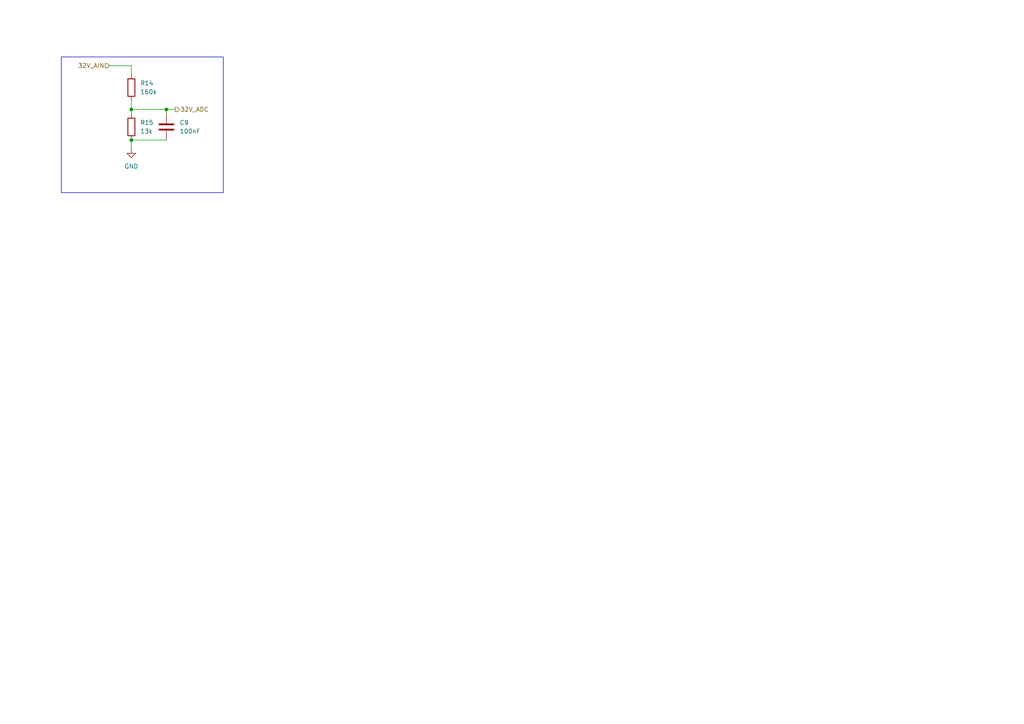
<source format=kicad_sch>
(kicad_sch (version 20250114) (generator "eeschema") (generator_version "9.0")
  (paper "A4")
  (lib_symbols
    (symbol "Device:C" (pin_numbers (hide yes)) (pin_names (offset 0.254))
      (property "Reference" "C" (at 0.635 2.54 0))
      (property "Value" "C" (at 0.635 -2.54 0))
      (symbol "C_0_1"
        (polyline (pts (xy -2.032 0.762) (xy 2.032 0.762)) (stroke (width 0.508)))
        (polyline (pts (xy -2.032 -0.762) (xy 2.032 -0.762)) (stroke (width 0.508)))
      )
      (symbol "C_1_1"
        (pin passive line (at 0 3.81 270) (length 2.794) (name "~") (number "1"))
        (pin passive line (at 0 -3.81 90) (length 2.794) (name "~") (number "2"))
      )
    )
    (symbol "Device:R" (pin_numbers (hide yes)) (pin_names (offset 0))
      (property "Reference" "R" (at 2.032 0 90))
      (property "Value" "R" (at 0 0 90))
      (symbol "R_0_1"
        (rectangle (start -1.016 -2.54) (end 1.016 2.54) (stroke (width 0.254)))
      )
      (symbol "R_1_1"
        (pin passive line (at 0 3.81 270) (length 1.27) (name "~") (number "1"))
        (pin passive line (at 0 -3.81 90) (length 1.27) (name "~") (number "2"))
      )
    )
    (symbol "power:GND" (power) (pin_numbers (hide yes)) (pin_names (offset 0) (hide yes))
      (property "Value" "GND" (at 0 -3.81 0))
      (symbol "GND_0_1"
        (polyline (pts (xy 0 0) (xy 0 -1.27) (xy 1.27 -1.27) (xy 0 -2.54) (xy -1.27 -1.27) (xy 0 -1.27)))
      )
      (symbol "GND_1_1"
        (pin power_in line (at 0 0 270) (length 0) (name "~") (number "1"))
      )
    )
  )
  (rectangle (start 17.78 16.51) (end 64.77 55.88))
  (junction (at 38.1 31.75))
  (junction (at 38.1 40.64))
  (junction (at 48.26 31.75))
  (wire (pts (xy 38.1 31.75) (xy 38.1 33.02)))
  (wire (pts (xy 48.26 31.75) (xy 50.8 31.75)))
  (wire (pts (xy 38.1 40.64) (xy 38.1 43.18)))
  (wire (pts (xy 38.1 29.21) (xy 38.1 31.75)))
  (wire (pts (xy 48.26 33.02) (xy 48.26 31.75)))
  (wire (pts (xy 38.1 31.75) (xy 48.26 31.75)))
  (wire (pts (xy 38.1 19.05) (xy 38.1 21.59)))
  (wire (pts (xy 31.75 19.05) (xy 38.1 19.05)))
  (wire (pts (xy 38.1 40.64) (xy 48.26 40.64)))
  (hierarchical_label "32V_ADC" (shape output) (at 50.8 31.75 0))
  (hierarchical_label "32V_AIN" (shape input) (at 31.75 19.05 180))
  (symbol (lib_id "Device:R") (at 38.1 36.83 0) (unit 1)
    (property "Reference" "R15" (at 40.64 35.5599 0) (effects (justify left)))
    (property "Value" "13k" (at 40.64 38.0999 0) (effects (justify left)))
    (property "Description" "Resistor" (effects (hide yes)))
  )
  (symbol (lib_id "Device:C") (at 48.26 36.83 0) (unit 1)
    (property "Reference" "C9" (at 52.07 35.5599 0) (effects (justify left)))
    (property "Value" "100nF" (at 52.07 38.0999 0) (effects (justify left)))
    (property "Description" "Unpolarized capacitor" (effects (hide yes)))
  )
  (symbol (lib_id "power:GND") (at 38.1 43.18 0) (unit 1)
    (property "Reference" "#PWR038" (effects (hide yes)))
    (property "Value" "GND" (at 38.1 48.26 0))
    (property "Description" "Power symbol creates a global label with name \"GND\" , ground" (effects (hide yes)))
  )
  (symbol (lib_id "Device:R") (at 38.1 25.4 0) (unit 1)
    (property "Reference" "R14" (at 40.64 24.1299 0) (effects (justify left)))
    (property "Value" "160k" (at 40.64 26.6699 0) (effects (justify left)))
    (property "Description" "Resistor" (effects (hide yes)))
  )
)
</source>
